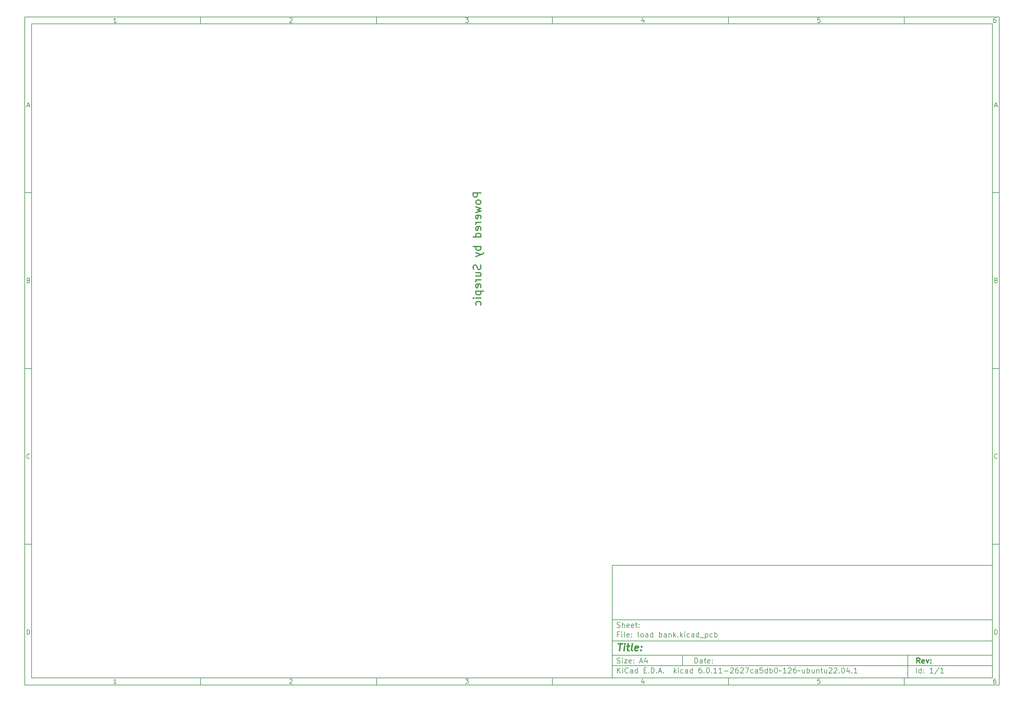
<source format=gbr>
%TF.GenerationSoftware,KiCad,Pcbnew,6.0.11-2627ca5db0~126~ubuntu22.04.1*%
%TF.CreationDate,2023-02-06T20:19:19-05:00*%
%TF.ProjectId,load bank,6c6f6164-2062-4616-9e6b-2e6b69636164,rev?*%
%TF.SameCoordinates,Original*%
%TF.FileFunction,Legend,Bot*%
%TF.FilePolarity,Positive*%
%FSLAX46Y46*%
G04 Gerber Fmt 4.6, Leading zero omitted, Abs format (unit mm)*
G04 Created by KiCad (PCBNEW 6.0.11-2627ca5db0~126~ubuntu22.04.1) date 2023-02-06 20:19:19*
%MOMM*%
%LPD*%
G01*
G04 APERTURE LIST*
%ADD10C,0.100000*%
%ADD11C,0.150000*%
%ADD12C,0.300000*%
%ADD13C,0.400000*%
%ADD14C,0.375000*%
G04 APERTURE END LIST*
D10*
D11*
X177002200Y-166007200D02*
X177002200Y-198007200D01*
X285002200Y-198007200D01*
X285002200Y-166007200D01*
X177002200Y-166007200D01*
D10*
D11*
X10000000Y-10000000D02*
X10000000Y-200007200D01*
X287002200Y-200007200D01*
X287002200Y-10000000D01*
X10000000Y-10000000D01*
D10*
D11*
X12000000Y-12000000D02*
X12000000Y-198007200D01*
X285002200Y-198007200D01*
X285002200Y-12000000D01*
X12000000Y-12000000D01*
D10*
D11*
X60000000Y-12000000D02*
X60000000Y-10000000D01*
D10*
D11*
X110000000Y-12000000D02*
X110000000Y-10000000D01*
D10*
D11*
X160000000Y-12000000D02*
X160000000Y-10000000D01*
D10*
D11*
X210000000Y-12000000D02*
X210000000Y-10000000D01*
D10*
D11*
X260000000Y-12000000D02*
X260000000Y-10000000D01*
D10*
D11*
X36065476Y-11588095D02*
X35322619Y-11588095D01*
X35694047Y-11588095D02*
X35694047Y-10288095D01*
X35570238Y-10473809D01*
X35446428Y-10597619D01*
X35322619Y-10659523D01*
D10*
D11*
X85322619Y-10411904D02*
X85384523Y-10350000D01*
X85508333Y-10288095D01*
X85817857Y-10288095D01*
X85941666Y-10350000D01*
X86003571Y-10411904D01*
X86065476Y-10535714D01*
X86065476Y-10659523D01*
X86003571Y-10845238D01*
X85260714Y-11588095D01*
X86065476Y-11588095D01*
D10*
D11*
X135260714Y-10288095D02*
X136065476Y-10288095D01*
X135632142Y-10783333D01*
X135817857Y-10783333D01*
X135941666Y-10845238D01*
X136003571Y-10907142D01*
X136065476Y-11030952D01*
X136065476Y-11340476D01*
X136003571Y-11464285D01*
X135941666Y-11526190D01*
X135817857Y-11588095D01*
X135446428Y-11588095D01*
X135322619Y-11526190D01*
X135260714Y-11464285D01*
D10*
D11*
X185941666Y-10721428D02*
X185941666Y-11588095D01*
X185632142Y-10226190D02*
X185322619Y-11154761D01*
X186127380Y-11154761D01*
D10*
D11*
X236003571Y-10288095D02*
X235384523Y-10288095D01*
X235322619Y-10907142D01*
X235384523Y-10845238D01*
X235508333Y-10783333D01*
X235817857Y-10783333D01*
X235941666Y-10845238D01*
X236003571Y-10907142D01*
X236065476Y-11030952D01*
X236065476Y-11340476D01*
X236003571Y-11464285D01*
X235941666Y-11526190D01*
X235817857Y-11588095D01*
X235508333Y-11588095D01*
X235384523Y-11526190D01*
X235322619Y-11464285D01*
D10*
D11*
X285941666Y-10288095D02*
X285694047Y-10288095D01*
X285570238Y-10350000D01*
X285508333Y-10411904D01*
X285384523Y-10597619D01*
X285322619Y-10845238D01*
X285322619Y-11340476D01*
X285384523Y-11464285D01*
X285446428Y-11526190D01*
X285570238Y-11588095D01*
X285817857Y-11588095D01*
X285941666Y-11526190D01*
X286003571Y-11464285D01*
X286065476Y-11340476D01*
X286065476Y-11030952D01*
X286003571Y-10907142D01*
X285941666Y-10845238D01*
X285817857Y-10783333D01*
X285570238Y-10783333D01*
X285446428Y-10845238D01*
X285384523Y-10907142D01*
X285322619Y-11030952D01*
D10*
D11*
X60000000Y-198007200D02*
X60000000Y-200007200D01*
D10*
D11*
X110000000Y-198007200D02*
X110000000Y-200007200D01*
D10*
D11*
X160000000Y-198007200D02*
X160000000Y-200007200D01*
D10*
D11*
X210000000Y-198007200D02*
X210000000Y-200007200D01*
D10*
D11*
X260000000Y-198007200D02*
X260000000Y-200007200D01*
D10*
D11*
X36065476Y-199595295D02*
X35322619Y-199595295D01*
X35694047Y-199595295D02*
X35694047Y-198295295D01*
X35570238Y-198481009D01*
X35446428Y-198604819D01*
X35322619Y-198666723D01*
D10*
D11*
X85322619Y-198419104D02*
X85384523Y-198357200D01*
X85508333Y-198295295D01*
X85817857Y-198295295D01*
X85941666Y-198357200D01*
X86003571Y-198419104D01*
X86065476Y-198542914D01*
X86065476Y-198666723D01*
X86003571Y-198852438D01*
X85260714Y-199595295D01*
X86065476Y-199595295D01*
D10*
D11*
X135260714Y-198295295D02*
X136065476Y-198295295D01*
X135632142Y-198790533D01*
X135817857Y-198790533D01*
X135941666Y-198852438D01*
X136003571Y-198914342D01*
X136065476Y-199038152D01*
X136065476Y-199347676D01*
X136003571Y-199471485D01*
X135941666Y-199533390D01*
X135817857Y-199595295D01*
X135446428Y-199595295D01*
X135322619Y-199533390D01*
X135260714Y-199471485D01*
D10*
D11*
X185941666Y-198728628D02*
X185941666Y-199595295D01*
X185632142Y-198233390D02*
X185322619Y-199161961D01*
X186127380Y-199161961D01*
D10*
D11*
X236003571Y-198295295D02*
X235384523Y-198295295D01*
X235322619Y-198914342D01*
X235384523Y-198852438D01*
X235508333Y-198790533D01*
X235817857Y-198790533D01*
X235941666Y-198852438D01*
X236003571Y-198914342D01*
X236065476Y-199038152D01*
X236065476Y-199347676D01*
X236003571Y-199471485D01*
X235941666Y-199533390D01*
X235817857Y-199595295D01*
X235508333Y-199595295D01*
X235384523Y-199533390D01*
X235322619Y-199471485D01*
D10*
D11*
X285941666Y-198295295D02*
X285694047Y-198295295D01*
X285570238Y-198357200D01*
X285508333Y-198419104D01*
X285384523Y-198604819D01*
X285322619Y-198852438D01*
X285322619Y-199347676D01*
X285384523Y-199471485D01*
X285446428Y-199533390D01*
X285570238Y-199595295D01*
X285817857Y-199595295D01*
X285941666Y-199533390D01*
X286003571Y-199471485D01*
X286065476Y-199347676D01*
X286065476Y-199038152D01*
X286003571Y-198914342D01*
X285941666Y-198852438D01*
X285817857Y-198790533D01*
X285570238Y-198790533D01*
X285446428Y-198852438D01*
X285384523Y-198914342D01*
X285322619Y-199038152D01*
D10*
D11*
X10000000Y-60000000D02*
X12000000Y-60000000D01*
D10*
D11*
X10000000Y-110000000D02*
X12000000Y-110000000D01*
D10*
D11*
X10000000Y-160000000D02*
X12000000Y-160000000D01*
D10*
D11*
X10690476Y-35216666D02*
X11309523Y-35216666D01*
X10566666Y-35588095D02*
X11000000Y-34288095D01*
X11433333Y-35588095D01*
D10*
D11*
X11092857Y-84907142D02*
X11278571Y-84969047D01*
X11340476Y-85030952D01*
X11402380Y-85154761D01*
X11402380Y-85340476D01*
X11340476Y-85464285D01*
X11278571Y-85526190D01*
X11154761Y-85588095D01*
X10659523Y-85588095D01*
X10659523Y-84288095D01*
X11092857Y-84288095D01*
X11216666Y-84350000D01*
X11278571Y-84411904D01*
X11340476Y-84535714D01*
X11340476Y-84659523D01*
X11278571Y-84783333D01*
X11216666Y-84845238D01*
X11092857Y-84907142D01*
X10659523Y-84907142D01*
D10*
D11*
X11402380Y-135464285D02*
X11340476Y-135526190D01*
X11154761Y-135588095D01*
X11030952Y-135588095D01*
X10845238Y-135526190D01*
X10721428Y-135402380D01*
X10659523Y-135278571D01*
X10597619Y-135030952D01*
X10597619Y-134845238D01*
X10659523Y-134597619D01*
X10721428Y-134473809D01*
X10845238Y-134350000D01*
X11030952Y-134288095D01*
X11154761Y-134288095D01*
X11340476Y-134350000D01*
X11402380Y-134411904D01*
D10*
D11*
X10659523Y-185588095D02*
X10659523Y-184288095D01*
X10969047Y-184288095D01*
X11154761Y-184350000D01*
X11278571Y-184473809D01*
X11340476Y-184597619D01*
X11402380Y-184845238D01*
X11402380Y-185030952D01*
X11340476Y-185278571D01*
X11278571Y-185402380D01*
X11154761Y-185526190D01*
X10969047Y-185588095D01*
X10659523Y-185588095D01*
D10*
D11*
X287002200Y-60000000D02*
X285002200Y-60000000D01*
D10*
D11*
X287002200Y-110000000D02*
X285002200Y-110000000D01*
D10*
D11*
X287002200Y-160000000D02*
X285002200Y-160000000D01*
D10*
D11*
X285692676Y-35216666D02*
X286311723Y-35216666D01*
X285568866Y-35588095D02*
X286002200Y-34288095D01*
X286435533Y-35588095D01*
D10*
D11*
X286095057Y-84907142D02*
X286280771Y-84969047D01*
X286342676Y-85030952D01*
X286404580Y-85154761D01*
X286404580Y-85340476D01*
X286342676Y-85464285D01*
X286280771Y-85526190D01*
X286156961Y-85588095D01*
X285661723Y-85588095D01*
X285661723Y-84288095D01*
X286095057Y-84288095D01*
X286218866Y-84350000D01*
X286280771Y-84411904D01*
X286342676Y-84535714D01*
X286342676Y-84659523D01*
X286280771Y-84783333D01*
X286218866Y-84845238D01*
X286095057Y-84907142D01*
X285661723Y-84907142D01*
D10*
D11*
X286404580Y-135464285D02*
X286342676Y-135526190D01*
X286156961Y-135588095D01*
X286033152Y-135588095D01*
X285847438Y-135526190D01*
X285723628Y-135402380D01*
X285661723Y-135278571D01*
X285599819Y-135030952D01*
X285599819Y-134845238D01*
X285661723Y-134597619D01*
X285723628Y-134473809D01*
X285847438Y-134350000D01*
X286033152Y-134288095D01*
X286156961Y-134288095D01*
X286342676Y-134350000D01*
X286404580Y-134411904D01*
D10*
D11*
X285661723Y-185588095D02*
X285661723Y-184288095D01*
X285971247Y-184288095D01*
X286156961Y-184350000D01*
X286280771Y-184473809D01*
X286342676Y-184597619D01*
X286404580Y-184845238D01*
X286404580Y-185030952D01*
X286342676Y-185278571D01*
X286280771Y-185402380D01*
X286156961Y-185526190D01*
X285971247Y-185588095D01*
X285661723Y-185588095D01*
D10*
D11*
X200434342Y-193785771D02*
X200434342Y-192285771D01*
X200791485Y-192285771D01*
X201005771Y-192357200D01*
X201148628Y-192500057D01*
X201220057Y-192642914D01*
X201291485Y-192928628D01*
X201291485Y-193142914D01*
X201220057Y-193428628D01*
X201148628Y-193571485D01*
X201005771Y-193714342D01*
X200791485Y-193785771D01*
X200434342Y-193785771D01*
X202577200Y-193785771D02*
X202577200Y-193000057D01*
X202505771Y-192857200D01*
X202362914Y-192785771D01*
X202077200Y-192785771D01*
X201934342Y-192857200D01*
X202577200Y-193714342D02*
X202434342Y-193785771D01*
X202077200Y-193785771D01*
X201934342Y-193714342D01*
X201862914Y-193571485D01*
X201862914Y-193428628D01*
X201934342Y-193285771D01*
X202077200Y-193214342D01*
X202434342Y-193214342D01*
X202577200Y-193142914D01*
X203077200Y-192785771D02*
X203648628Y-192785771D01*
X203291485Y-192285771D02*
X203291485Y-193571485D01*
X203362914Y-193714342D01*
X203505771Y-193785771D01*
X203648628Y-193785771D01*
X204720057Y-193714342D02*
X204577200Y-193785771D01*
X204291485Y-193785771D01*
X204148628Y-193714342D01*
X204077200Y-193571485D01*
X204077200Y-193000057D01*
X204148628Y-192857200D01*
X204291485Y-192785771D01*
X204577200Y-192785771D01*
X204720057Y-192857200D01*
X204791485Y-193000057D01*
X204791485Y-193142914D01*
X204077200Y-193285771D01*
X205434342Y-193642914D02*
X205505771Y-193714342D01*
X205434342Y-193785771D01*
X205362914Y-193714342D01*
X205434342Y-193642914D01*
X205434342Y-193785771D01*
X205434342Y-192857200D02*
X205505771Y-192928628D01*
X205434342Y-193000057D01*
X205362914Y-192928628D01*
X205434342Y-192857200D01*
X205434342Y-193000057D01*
D10*
D11*
X177002200Y-194507200D02*
X285002200Y-194507200D01*
D10*
D11*
X178434342Y-196585771D02*
X178434342Y-195085771D01*
X179291485Y-196585771D02*
X178648628Y-195728628D01*
X179291485Y-195085771D02*
X178434342Y-195942914D01*
X179934342Y-196585771D02*
X179934342Y-195585771D01*
X179934342Y-195085771D02*
X179862914Y-195157200D01*
X179934342Y-195228628D01*
X180005771Y-195157200D01*
X179934342Y-195085771D01*
X179934342Y-195228628D01*
X181505771Y-196442914D02*
X181434342Y-196514342D01*
X181220057Y-196585771D01*
X181077200Y-196585771D01*
X180862914Y-196514342D01*
X180720057Y-196371485D01*
X180648628Y-196228628D01*
X180577200Y-195942914D01*
X180577200Y-195728628D01*
X180648628Y-195442914D01*
X180720057Y-195300057D01*
X180862914Y-195157200D01*
X181077200Y-195085771D01*
X181220057Y-195085771D01*
X181434342Y-195157200D01*
X181505771Y-195228628D01*
X182791485Y-196585771D02*
X182791485Y-195800057D01*
X182720057Y-195657200D01*
X182577200Y-195585771D01*
X182291485Y-195585771D01*
X182148628Y-195657200D01*
X182791485Y-196514342D02*
X182648628Y-196585771D01*
X182291485Y-196585771D01*
X182148628Y-196514342D01*
X182077200Y-196371485D01*
X182077200Y-196228628D01*
X182148628Y-196085771D01*
X182291485Y-196014342D01*
X182648628Y-196014342D01*
X182791485Y-195942914D01*
X184148628Y-196585771D02*
X184148628Y-195085771D01*
X184148628Y-196514342D02*
X184005771Y-196585771D01*
X183720057Y-196585771D01*
X183577200Y-196514342D01*
X183505771Y-196442914D01*
X183434342Y-196300057D01*
X183434342Y-195871485D01*
X183505771Y-195728628D01*
X183577200Y-195657200D01*
X183720057Y-195585771D01*
X184005771Y-195585771D01*
X184148628Y-195657200D01*
X186005771Y-195800057D02*
X186505771Y-195800057D01*
X186720057Y-196585771D02*
X186005771Y-196585771D01*
X186005771Y-195085771D01*
X186720057Y-195085771D01*
X187362914Y-196442914D02*
X187434342Y-196514342D01*
X187362914Y-196585771D01*
X187291485Y-196514342D01*
X187362914Y-196442914D01*
X187362914Y-196585771D01*
X188077200Y-196585771D02*
X188077200Y-195085771D01*
X188434342Y-195085771D01*
X188648628Y-195157200D01*
X188791485Y-195300057D01*
X188862914Y-195442914D01*
X188934342Y-195728628D01*
X188934342Y-195942914D01*
X188862914Y-196228628D01*
X188791485Y-196371485D01*
X188648628Y-196514342D01*
X188434342Y-196585771D01*
X188077200Y-196585771D01*
X189577200Y-196442914D02*
X189648628Y-196514342D01*
X189577200Y-196585771D01*
X189505771Y-196514342D01*
X189577200Y-196442914D01*
X189577200Y-196585771D01*
X190220057Y-196157200D02*
X190934342Y-196157200D01*
X190077200Y-196585771D02*
X190577200Y-195085771D01*
X191077200Y-196585771D01*
X191577200Y-196442914D02*
X191648628Y-196514342D01*
X191577200Y-196585771D01*
X191505771Y-196514342D01*
X191577200Y-196442914D01*
X191577200Y-196585771D01*
X194577200Y-196585771D02*
X194577200Y-195085771D01*
X194720057Y-196014342D02*
X195148628Y-196585771D01*
X195148628Y-195585771D02*
X194577200Y-196157200D01*
X195791485Y-196585771D02*
X195791485Y-195585771D01*
X195791485Y-195085771D02*
X195720057Y-195157200D01*
X195791485Y-195228628D01*
X195862914Y-195157200D01*
X195791485Y-195085771D01*
X195791485Y-195228628D01*
X197148628Y-196514342D02*
X197005771Y-196585771D01*
X196720057Y-196585771D01*
X196577200Y-196514342D01*
X196505771Y-196442914D01*
X196434342Y-196300057D01*
X196434342Y-195871485D01*
X196505771Y-195728628D01*
X196577200Y-195657200D01*
X196720057Y-195585771D01*
X197005771Y-195585771D01*
X197148628Y-195657200D01*
X198434342Y-196585771D02*
X198434342Y-195800057D01*
X198362914Y-195657200D01*
X198220057Y-195585771D01*
X197934342Y-195585771D01*
X197791485Y-195657200D01*
X198434342Y-196514342D02*
X198291485Y-196585771D01*
X197934342Y-196585771D01*
X197791485Y-196514342D01*
X197720057Y-196371485D01*
X197720057Y-196228628D01*
X197791485Y-196085771D01*
X197934342Y-196014342D01*
X198291485Y-196014342D01*
X198434342Y-195942914D01*
X199791485Y-196585771D02*
X199791485Y-195085771D01*
X199791485Y-196514342D02*
X199648628Y-196585771D01*
X199362914Y-196585771D01*
X199220057Y-196514342D01*
X199148628Y-196442914D01*
X199077200Y-196300057D01*
X199077200Y-195871485D01*
X199148628Y-195728628D01*
X199220057Y-195657200D01*
X199362914Y-195585771D01*
X199648628Y-195585771D01*
X199791485Y-195657200D01*
X202291485Y-195085771D02*
X202005771Y-195085771D01*
X201862914Y-195157200D01*
X201791485Y-195228628D01*
X201648628Y-195442914D01*
X201577200Y-195728628D01*
X201577200Y-196300057D01*
X201648628Y-196442914D01*
X201720057Y-196514342D01*
X201862914Y-196585771D01*
X202148628Y-196585771D01*
X202291485Y-196514342D01*
X202362914Y-196442914D01*
X202434342Y-196300057D01*
X202434342Y-195942914D01*
X202362914Y-195800057D01*
X202291485Y-195728628D01*
X202148628Y-195657200D01*
X201862914Y-195657200D01*
X201720057Y-195728628D01*
X201648628Y-195800057D01*
X201577200Y-195942914D01*
X203077200Y-196442914D02*
X203148628Y-196514342D01*
X203077200Y-196585771D01*
X203005771Y-196514342D01*
X203077200Y-196442914D01*
X203077200Y-196585771D01*
X204077200Y-195085771D02*
X204220057Y-195085771D01*
X204362914Y-195157200D01*
X204434342Y-195228628D01*
X204505771Y-195371485D01*
X204577200Y-195657200D01*
X204577200Y-196014342D01*
X204505771Y-196300057D01*
X204434342Y-196442914D01*
X204362914Y-196514342D01*
X204220057Y-196585771D01*
X204077200Y-196585771D01*
X203934342Y-196514342D01*
X203862914Y-196442914D01*
X203791485Y-196300057D01*
X203720057Y-196014342D01*
X203720057Y-195657200D01*
X203791485Y-195371485D01*
X203862914Y-195228628D01*
X203934342Y-195157200D01*
X204077200Y-195085771D01*
X205220057Y-196442914D02*
X205291485Y-196514342D01*
X205220057Y-196585771D01*
X205148628Y-196514342D01*
X205220057Y-196442914D01*
X205220057Y-196585771D01*
X206720057Y-196585771D02*
X205862914Y-196585771D01*
X206291485Y-196585771D02*
X206291485Y-195085771D01*
X206148628Y-195300057D01*
X206005771Y-195442914D01*
X205862914Y-195514342D01*
X208148628Y-196585771D02*
X207291485Y-196585771D01*
X207720057Y-196585771D02*
X207720057Y-195085771D01*
X207577200Y-195300057D01*
X207434342Y-195442914D01*
X207291485Y-195514342D01*
X208791485Y-196014342D02*
X209934342Y-196014342D01*
X210577200Y-195228628D02*
X210648628Y-195157200D01*
X210791485Y-195085771D01*
X211148628Y-195085771D01*
X211291485Y-195157200D01*
X211362914Y-195228628D01*
X211434342Y-195371485D01*
X211434342Y-195514342D01*
X211362914Y-195728628D01*
X210505771Y-196585771D01*
X211434342Y-196585771D01*
X212720057Y-195085771D02*
X212434342Y-195085771D01*
X212291485Y-195157200D01*
X212220057Y-195228628D01*
X212077200Y-195442914D01*
X212005771Y-195728628D01*
X212005771Y-196300057D01*
X212077200Y-196442914D01*
X212148628Y-196514342D01*
X212291485Y-196585771D01*
X212577200Y-196585771D01*
X212720057Y-196514342D01*
X212791485Y-196442914D01*
X212862914Y-196300057D01*
X212862914Y-195942914D01*
X212791485Y-195800057D01*
X212720057Y-195728628D01*
X212577200Y-195657200D01*
X212291485Y-195657200D01*
X212148628Y-195728628D01*
X212077200Y-195800057D01*
X212005771Y-195942914D01*
X213434342Y-195228628D02*
X213505771Y-195157200D01*
X213648628Y-195085771D01*
X214005771Y-195085771D01*
X214148628Y-195157200D01*
X214220057Y-195228628D01*
X214291485Y-195371485D01*
X214291485Y-195514342D01*
X214220057Y-195728628D01*
X213362914Y-196585771D01*
X214291485Y-196585771D01*
X214791485Y-195085771D02*
X215791485Y-195085771D01*
X215148628Y-196585771D01*
X217005771Y-196514342D02*
X216862914Y-196585771D01*
X216577200Y-196585771D01*
X216434342Y-196514342D01*
X216362914Y-196442914D01*
X216291485Y-196300057D01*
X216291485Y-195871485D01*
X216362914Y-195728628D01*
X216434342Y-195657200D01*
X216577200Y-195585771D01*
X216862914Y-195585771D01*
X217005771Y-195657200D01*
X218291485Y-196585771D02*
X218291485Y-195800057D01*
X218220057Y-195657200D01*
X218077200Y-195585771D01*
X217791485Y-195585771D01*
X217648628Y-195657200D01*
X218291485Y-196514342D02*
X218148628Y-196585771D01*
X217791485Y-196585771D01*
X217648628Y-196514342D01*
X217577200Y-196371485D01*
X217577200Y-196228628D01*
X217648628Y-196085771D01*
X217791485Y-196014342D01*
X218148628Y-196014342D01*
X218291485Y-195942914D01*
X219720057Y-195085771D02*
X219005771Y-195085771D01*
X218934342Y-195800057D01*
X219005771Y-195728628D01*
X219148628Y-195657200D01*
X219505771Y-195657200D01*
X219648628Y-195728628D01*
X219720057Y-195800057D01*
X219791485Y-195942914D01*
X219791485Y-196300057D01*
X219720057Y-196442914D01*
X219648628Y-196514342D01*
X219505771Y-196585771D01*
X219148628Y-196585771D01*
X219005771Y-196514342D01*
X218934342Y-196442914D01*
X221077200Y-196585771D02*
X221077200Y-195085771D01*
X221077200Y-196514342D02*
X220934342Y-196585771D01*
X220648628Y-196585771D01*
X220505771Y-196514342D01*
X220434342Y-196442914D01*
X220362914Y-196300057D01*
X220362914Y-195871485D01*
X220434342Y-195728628D01*
X220505771Y-195657200D01*
X220648628Y-195585771D01*
X220934342Y-195585771D01*
X221077200Y-195657200D01*
X221791485Y-196585771D02*
X221791485Y-195085771D01*
X221791485Y-195657200D02*
X221934342Y-195585771D01*
X222220057Y-195585771D01*
X222362914Y-195657200D01*
X222434342Y-195728628D01*
X222505771Y-195871485D01*
X222505771Y-196300057D01*
X222434342Y-196442914D01*
X222362914Y-196514342D01*
X222220057Y-196585771D01*
X221934342Y-196585771D01*
X221791485Y-196514342D01*
X223434342Y-195085771D02*
X223577200Y-195085771D01*
X223720057Y-195157200D01*
X223791485Y-195228628D01*
X223862914Y-195371485D01*
X223934342Y-195657200D01*
X223934342Y-196014342D01*
X223862914Y-196300057D01*
X223791485Y-196442914D01*
X223720057Y-196514342D01*
X223577200Y-196585771D01*
X223434342Y-196585771D01*
X223291485Y-196514342D01*
X223220057Y-196442914D01*
X223148628Y-196300057D01*
X223077200Y-196014342D01*
X223077200Y-195657200D01*
X223148628Y-195371485D01*
X223220057Y-195228628D01*
X223291485Y-195157200D01*
X223434342Y-195085771D01*
X224362914Y-196014342D02*
X224434342Y-195942914D01*
X224577200Y-195871485D01*
X224862914Y-196014342D01*
X225005771Y-195942914D01*
X225077200Y-195871485D01*
X226434342Y-196585771D02*
X225577200Y-196585771D01*
X226005771Y-196585771D02*
X226005771Y-195085771D01*
X225862914Y-195300057D01*
X225720057Y-195442914D01*
X225577200Y-195514342D01*
X227005771Y-195228628D02*
X227077200Y-195157200D01*
X227220057Y-195085771D01*
X227577200Y-195085771D01*
X227720057Y-195157200D01*
X227791485Y-195228628D01*
X227862914Y-195371485D01*
X227862914Y-195514342D01*
X227791485Y-195728628D01*
X226934342Y-196585771D01*
X227862914Y-196585771D01*
X229148628Y-195085771D02*
X228862914Y-195085771D01*
X228720057Y-195157200D01*
X228648628Y-195228628D01*
X228505771Y-195442914D01*
X228434342Y-195728628D01*
X228434342Y-196300057D01*
X228505771Y-196442914D01*
X228577199Y-196514342D01*
X228720057Y-196585771D01*
X229005771Y-196585771D01*
X229148628Y-196514342D01*
X229220057Y-196442914D01*
X229291485Y-196300057D01*
X229291485Y-195942914D01*
X229220057Y-195800057D01*
X229148628Y-195728628D01*
X229005771Y-195657200D01*
X228720057Y-195657200D01*
X228577199Y-195728628D01*
X228505771Y-195800057D01*
X228434342Y-195942914D01*
X229720057Y-196014342D02*
X229791485Y-195942914D01*
X229934342Y-195871485D01*
X230220057Y-196014342D01*
X230362914Y-195942914D01*
X230434342Y-195871485D01*
X231648628Y-195585771D02*
X231648628Y-196585771D01*
X231005771Y-195585771D02*
X231005771Y-196371485D01*
X231077199Y-196514342D01*
X231220057Y-196585771D01*
X231434342Y-196585771D01*
X231577199Y-196514342D01*
X231648628Y-196442914D01*
X232362914Y-196585771D02*
X232362914Y-195085771D01*
X232362914Y-195657200D02*
X232505771Y-195585771D01*
X232791485Y-195585771D01*
X232934342Y-195657200D01*
X233005771Y-195728628D01*
X233077200Y-195871485D01*
X233077200Y-196300057D01*
X233005771Y-196442914D01*
X232934342Y-196514342D01*
X232791485Y-196585771D01*
X232505771Y-196585771D01*
X232362914Y-196514342D01*
X234362914Y-195585771D02*
X234362914Y-196585771D01*
X233720057Y-195585771D02*
X233720057Y-196371485D01*
X233791485Y-196514342D01*
X233934342Y-196585771D01*
X234148628Y-196585771D01*
X234291485Y-196514342D01*
X234362914Y-196442914D01*
X235077200Y-195585771D02*
X235077200Y-196585771D01*
X235077200Y-195728628D02*
X235148628Y-195657200D01*
X235291485Y-195585771D01*
X235505771Y-195585771D01*
X235648628Y-195657200D01*
X235720057Y-195800057D01*
X235720057Y-196585771D01*
X236220057Y-195585771D02*
X236791485Y-195585771D01*
X236434342Y-195085771D02*
X236434342Y-196371485D01*
X236505771Y-196514342D01*
X236648628Y-196585771D01*
X236791485Y-196585771D01*
X237934342Y-195585771D02*
X237934342Y-196585771D01*
X237291485Y-195585771D02*
X237291485Y-196371485D01*
X237362914Y-196514342D01*
X237505771Y-196585771D01*
X237720057Y-196585771D01*
X237862914Y-196514342D01*
X237934342Y-196442914D01*
X238577200Y-195228628D02*
X238648628Y-195157200D01*
X238791485Y-195085771D01*
X239148628Y-195085771D01*
X239291485Y-195157200D01*
X239362914Y-195228628D01*
X239434342Y-195371485D01*
X239434342Y-195514342D01*
X239362914Y-195728628D01*
X238505771Y-196585771D01*
X239434342Y-196585771D01*
X240005771Y-195228628D02*
X240077200Y-195157200D01*
X240220057Y-195085771D01*
X240577200Y-195085771D01*
X240720057Y-195157200D01*
X240791485Y-195228628D01*
X240862914Y-195371485D01*
X240862914Y-195514342D01*
X240791485Y-195728628D01*
X239934342Y-196585771D01*
X240862914Y-196585771D01*
X241505771Y-196442914D02*
X241577199Y-196514342D01*
X241505771Y-196585771D01*
X241434342Y-196514342D01*
X241505771Y-196442914D01*
X241505771Y-196585771D01*
X242505771Y-195085771D02*
X242648628Y-195085771D01*
X242791485Y-195157200D01*
X242862914Y-195228628D01*
X242934342Y-195371485D01*
X243005771Y-195657200D01*
X243005771Y-196014342D01*
X242934342Y-196300057D01*
X242862914Y-196442914D01*
X242791485Y-196514342D01*
X242648628Y-196585771D01*
X242505771Y-196585771D01*
X242362914Y-196514342D01*
X242291485Y-196442914D01*
X242220057Y-196300057D01*
X242148628Y-196014342D01*
X242148628Y-195657200D01*
X242220057Y-195371485D01*
X242291485Y-195228628D01*
X242362914Y-195157200D01*
X242505771Y-195085771D01*
X244291485Y-195585771D02*
X244291485Y-196585771D01*
X243934342Y-195014342D02*
X243577199Y-196085771D01*
X244505771Y-196085771D01*
X245077199Y-196442914D02*
X245148628Y-196514342D01*
X245077199Y-196585771D01*
X245005771Y-196514342D01*
X245077199Y-196442914D01*
X245077199Y-196585771D01*
X246577200Y-196585771D02*
X245720057Y-196585771D01*
X246148628Y-196585771D02*
X246148628Y-195085771D01*
X246005771Y-195300057D01*
X245862914Y-195442914D01*
X245720057Y-195514342D01*
D10*
D11*
X177002200Y-191507200D02*
X285002200Y-191507200D01*
D10*
D12*
X264411485Y-193785771D02*
X263911485Y-193071485D01*
X263554342Y-193785771D02*
X263554342Y-192285771D01*
X264125771Y-192285771D01*
X264268628Y-192357200D01*
X264340057Y-192428628D01*
X264411485Y-192571485D01*
X264411485Y-192785771D01*
X264340057Y-192928628D01*
X264268628Y-193000057D01*
X264125771Y-193071485D01*
X263554342Y-193071485D01*
X265625771Y-193714342D02*
X265482914Y-193785771D01*
X265197200Y-193785771D01*
X265054342Y-193714342D01*
X264982914Y-193571485D01*
X264982914Y-193000057D01*
X265054342Y-192857200D01*
X265197200Y-192785771D01*
X265482914Y-192785771D01*
X265625771Y-192857200D01*
X265697200Y-193000057D01*
X265697200Y-193142914D01*
X264982914Y-193285771D01*
X266197200Y-192785771D02*
X266554342Y-193785771D01*
X266911485Y-192785771D01*
X267482914Y-193642914D02*
X267554342Y-193714342D01*
X267482914Y-193785771D01*
X267411485Y-193714342D01*
X267482914Y-193642914D01*
X267482914Y-193785771D01*
X267482914Y-192857200D02*
X267554342Y-192928628D01*
X267482914Y-193000057D01*
X267411485Y-192928628D01*
X267482914Y-192857200D01*
X267482914Y-193000057D01*
D10*
D11*
X178362914Y-193714342D02*
X178577200Y-193785771D01*
X178934342Y-193785771D01*
X179077200Y-193714342D01*
X179148628Y-193642914D01*
X179220057Y-193500057D01*
X179220057Y-193357200D01*
X179148628Y-193214342D01*
X179077200Y-193142914D01*
X178934342Y-193071485D01*
X178648628Y-193000057D01*
X178505771Y-192928628D01*
X178434342Y-192857200D01*
X178362914Y-192714342D01*
X178362914Y-192571485D01*
X178434342Y-192428628D01*
X178505771Y-192357200D01*
X178648628Y-192285771D01*
X179005771Y-192285771D01*
X179220057Y-192357200D01*
X179862914Y-193785771D02*
X179862914Y-192785771D01*
X179862914Y-192285771D02*
X179791485Y-192357200D01*
X179862914Y-192428628D01*
X179934342Y-192357200D01*
X179862914Y-192285771D01*
X179862914Y-192428628D01*
X180434342Y-192785771D02*
X181220057Y-192785771D01*
X180434342Y-193785771D01*
X181220057Y-193785771D01*
X182362914Y-193714342D02*
X182220057Y-193785771D01*
X181934342Y-193785771D01*
X181791485Y-193714342D01*
X181720057Y-193571485D01*
X181720057Y-193000057D01*
X181791485Y-192857200D01*
X181934342Y-192785771D01*
X182220057Y-192785771D01*
X182362914Y-192857200D01*
X182434342Y-193000057D01*
X182434342Y-193142914D01*
X181720057Y-193285771D01*
X183077200Y-193642914D02*
X183148628Y-193714342D01*
X183077200Y-193785771D01*
X183005771Y-193714342D01*
X183077200Y-193642914D01*
X183077200Y-193785771D01*
X183077200Y-192857200D02*
X183148628Y-192928628D01*
X183077200Y-193000057D01*
X183005771Y-192928628D01*
X183077200Y-192857200D01*
X183077200Y-193000057D01*
X184862914Y-193357200D02*
X185577200Y-193357200D01*
X184720057Y-193785771D02*
X185220057Y-192285771D01*
X185720057Y-193785771D01*
X186862914Y-192785771D02*
X186862914Y-193785771D01*
X186505771Y-192214342D02*
X186148628Y-193285771D01*
X187077200Y-193285771D01*
D10*
D11*
X263434342Y-196585771D02*
X263434342Y-195085771D01*
X264791485Y-196585771D02*
X264791485Y-195085771D01*
X264791485Y-196514342D02*
X264648628Y-196585771D01*
X264362914Y-196585771D01*
X264220057Y-196514342D01*
X264148628Y-196442914D01*
X264077200Y-196300057D01*
X264077200Y-195871485D01*
X264148628Y-195728628D01*
X264220057Y-195657200D01*
X264362914Y-195585771D01*
X264648628Y-195585771D01*
X264791485Y-195657200D01*
X265505771Y-196442914D02*
X265577200Y-196514342D01*
X265505771Y-196585771D01*
X265434342Y-196514342D01*
X265505771Y-196442914D01*
X265505771Y-196585771D01*
X265505771Y-195657200D02*
X265577200Y-195728628D01*
X265505771Y-195800057D01*
X265434342Y-195728628D01*
X265505771Y-195657200D01*
X265505771Y-195800057D01*
X268148628Y-196585771D02*
X267291485Y-196585771D01*
X267720057Y-196585771D02*
X267720057Y-195085771D01*
X267577200Y-195300057D01*
X267434342Y-195442914D01*
X267291485Y-195514342D01*
X269862914Y-195014342D02*
X268577200Y-196942914D01*
X271148628Y-196585771D02*
X270291485Y-196585771D01*
X270720057Y-196585771D02*
X270720057Y-195085771D01*
X270577200Y-195300057D01*
X270434342Y-195442914D01*
X270291485Y-195514342D01*
D10*
D11*
X177002200Y-187507200D02*
X285002200Y-187507200D01*
D10*
D13*
X178714580Y-188211961D02*
X179857438Y-188211961D01*
X179036009Y-190211961D02*
X179286009Y-188211961D01*
X180274104Y-190211961D02*
X180440771Y-188878628D01*
X180524104Y-188211961D02*
X180416961Y-188307200D01*
X180500295Y-188402438D01*
X180607438Y-188307200D01*
X180524104Y-188211961D01*
X180500295Y-188402438D01*
X181107438Y-188878628D02*
X181869342Y-188878628D01*
X181476485Y-188211961D02*
X181262200Y-189926247D01*
X181333628Y-190116723D01*
X181512200Y-190211961D01*
X181702676Y-190211961D01*
X182655057Y-190211961D02*
X182476485Y-190116723D01*
X182405057Y-189926247D01*
X182619342Y-188211961D01*
X184190771Y-190116723D02*
X183988390Y-190211961D01*
X183607438Y-190211961D01*
X183428866Y-190116723D01*
X183357438Y-189926247D01*
X183452676Y-189164342D01*
X183571723Y-188973866D01*
X183774104Y-188878628D01*
X184155057Y-188878628D01*
X184333628Y-188973866D01*
X184405057Y-189164342D01*
X184381247Y-189354819D01*
X183405057Y-189545295D01*
X185155057Y-190021485D02*
X185238390Y-190116723D01*
X185131247Y-190211961D01*
X185047914Y-190116723D01*
X185155057Y-190021485D01*
X185131247Y-190211961D01*
X185286009Y-188973866D02*
X185369342Y-189069104D01*
X185262200Y-189164342D01*
X185178866Y-189069104D01*
X185286009Y-188973866D01*
X185262200Y-189164342D01*
D10*
D11*
X178934342Y-185600057D02*
X178434342Y-185600057D01*
X178434342Y-186385771D02*
X178434342Y-184885771D01*
X179148628Y-184885771D01*
X179720057Y-186385771D02*
X179720057Y-185385771D01*
X179720057Y-184885771D02*
X179648628Y-184957200D01*
X179720057Y-185028628D01*
X179791485Y-184957200D01*
X179720057Y-184885771D01*
X179720057Y-185028628D01*
X180648628Y-186385771D02*
X180505771Y-186314342D01*
X180434342Y-186171485D01*
X180434342Y-184885771D01*
X181791485Y-186314342D02*
X181648628Y-186385771D01*
X181362914Y-186385771D01*
X181220057Y-186314342D01*
X181148628Y-186171485D01*
X181148628Y-185600057D01*
X181220057Y-185457200D01*
X181362914Y-185385771D01*
X181648628Y-185385771D01*
X181791485Y-185457200D01*
X181862914Y-185600057D01*
X181862914Y-185742914D01*
X181148628Y-185885771D01*
X182505771Y-186242914D02*
X182577200Y-186314342D01*
X182505771Y-186385771D01*
X182434342Y-186314342D01*
X182505771Y-186242914D01*
X182505771Y-186385771D01*
X182505771Y-185457200D02*
X182577200Y-185528628D01*
X182505771Y-185600057D01*
X182434342Y-185528628D01*
X182505771Y-185457200D01*
X182505771Y-185600057D01*
X184577200Y-186385771D02*
X184434342Y-186314342D01*
X184362914Y-186171485D01*
X184362914Y-184885771D01*
X185362914Y-186385771D02*
X185220057Y-186314342D01*
X185148628Y-186242914D01*
X185077200Y-186100057D01*
X185077200Y-185671485D01*
X185148628Y-185528628D01*
X185220057Y-185457200D01*
X185362914Y-185385771D01*
X185577200Y-185385771D01*
X185720057Y-185457200D01*
X185791485Y-185528628D01*
X185862914Y-185671485D01*
X185862914Y-186100057D01*
X185791485Y-186242914D01*
X185720057Y-186314342D01*
X185577200Y-186385771D01*
X185362914Y-186385771D01*
X187148628Y-186385771D02*
X187148628Y-185600057D01*
X187077200Y-185457200D01*
X186934342Y-185385771D01*
X186648628Y-185385771D01*
X186505771Y-185457200D01*
X187148628Y-186314342D02*
X187005771Y-186385771D01*
X186648628Y-186385771D01*
X186505771Y-186314342D01*
X186434342Y-186171485D01*
X186434342Y-186028628D01*
X186505771Y-185885771D01*
X186648628Y-185814342D01*
X187005771Y-185814342D01*
X187148628Y-185742914D01*
X188505771Y-186385771D02*
X188505771Y-184885771D01*
X188505771Y-186314342D02*
X188362914Y-186385771D01*
X188077200Y-186385771D01*
X187934342Y-186314342D01*
X187862914Y-186242914D01*
X187791485Y-186100057D01*
X187791485Y-185671485D01*
X187862914Y-185528628D01*
X187934342Y-185457200D01*
X188077200Y-185385771D01*
X188362914Y-185385771D01*
X188505771Y-185457200D01*
X190362914Y-186385771D02*
X190362914Y-184885771D01*
X190362914Y-185457200D02*
X190505771Y-185385771D01*
X190791485Y-185385771D01*
X190934342Y-185457200D01*
X191005771Y-185528628D01*
X191077200Y-185671485D01*
X191077200Y-186100057D01*
X191005771Y-186242914D01*
X190934342Y-186314342D01*
X190791485Y-186385771D01*
X190505771Y-186385771D01*
X190362914Y-186314342D01*
X192362914Y-186385771D02*
X192362914Y-185600057D01*
X192291485Y-185457200D01*
X192148628Y-185385771D01*
X191862914Y-185385771D01*
X191720057Y-185457200D01*
X192362914Y-186314342D02*
X192220057Y-186385771D01*
X191862914Y-186385771D01*
X191720057Y-186314342D01*
X191648628Y-186171485D01*
X191648628Y-186028628D01*
X191720057Y-185885771D01*
X191862914Y-185814342D01*
X192220057Y-185814342D01*
X192362914Y-185742914D01*
X193077200Y-185385771D02*
X193077200Y-186385771D01*
X193077200Y-185528628D02*
X193148628Y-185457200D01*
X193291485Y-185385771D01*
X193505771Y-185385771D01*
X193648628Y-185457200D01*
X193720057Y-185600057D01*
X193720057Y-186385771D01*
X194434342Y-186385771D02*
X194434342Y-184885771D01*
X194577200Y-185814342D02*
X195005771Y-186385771D01*
X195005771Y-185385771D02*
X194434342Y-185957200D01*
X195648628Y-186242914D02*
X195720057Y-186314342D01*
X195648628Y-186385771D01*
X195577200Y-186314342D01*
X195648628Y-186242914D01*
X195648628Y-186385771D01*
X196362914Y-186385771D02*
X196362914Y-184885771D01*
X196505771Y-185814342D02*
X196934342Y-186385771D01*
X196934342Y-185385771D02*
X196362914Y-185957200D01*
X197577200Y-186385771D02*
X197577200Y-185385771D01*
X197577200Y-184885771D02*
X197505771Y-184957200D01*
X197577200Y-185028628D01*
X197648628Y-184957200D01*
X197577200Y-184885771D01*
X197577200Y-185028628D01*
X198934342Y-186314342D02*
X198791485Y-186385771D01*
X198505771Y-186385771D01*
X198362914Y-186314342D01*
X198291485Y-186242914D01*
X198220057Y-186100057D01*
X198220057Y-185671485D01*
X198291485Y-185528628D01*
X198362914Y-185457200D01*
X198505771Y-185385771D01*
X198791485Y-185385771D01*
X198934342Y-185457200D01*
X200220057Y-186385771D02*
X200220057Y-185600057D01*
X200148628Y-185457200D01*
X200005771Y-185385771D01*
X199720057Y-185385771D01*
X199577200Y-185457200D01*
X200220057Y-186314342D02*
X200077200Y-186385771D01*
X199720057Y-186385771D01*
X199577200Y-186314342D01*
X199505771Y-186171485D01*
X199505771Y-186028628D01*
X199577200Y-185885771D01*
X199720057Y-185814342D01*
X200077200Y-185814342D01*
X200220057Y-185742914D01*
X201577200Y-186385771D02*
X201577200Y-184885771D01*
X201577200Y-186314342D02*
X201434342Y-186385771D01*
X201148628Y-186385771D01*
X201005771Y-186314342D01*
X200934342Y-186242914D01*
X200862914Y-186100057D01*
X200862914Y-185671485D01*
X200934342Y-185528628D01*
X201005771Y-185457200D01*
X201148628Y-185385771D01*
X201434342Y-185385771D01*
X201577200Y-185457200D01*
X201934342Y-186528628D02*
X203077200Y-186528628D01*
X203434342Y-185385771D02*
X203434342Y-186885771D01*
X203434342Y-185457200D02*
X203577200Y-185385771D01*
X203862914Y-185385771D01*
X204005771Y-185457200D01*
X204077200Y-185528628D01*
X204148628Y-185671485D01*
X204148628Y-186100057D01*
X204077200Y-186242914D01*
X204005771Y-186314342D01*
X203862914Y-186385771D01*
X203577200Y-186385771D01*
X203434342Y-186314342D01*
X205434342Y-186314342D02*
X205291485Y-186385771D01*
X205005771Y-186385771D01*
X204862914Y-186314342D01*
X204791485Y-186242914D01*
X204720057Y-186100057D01*
X204720057Y-185671485D01*
X204791485Y-185528628D01*
X204862914Y-185457200D01*
X205005771Y-185385771D01*
X205291485Y-185385771D01*
X205434342Y-185457200D01*
X206077200Y-186385771D02*
X206077200Y-184885771D01*
X206077200Y-185457200D02*
X206220057Y-185385771D01*
X206505771Y-185385771D01*
X206648628Y-185457200D01*
X206720057Y-185528628D01*
X206791485Y-185671485D01*
X206791485Y-186100057D01*
X206720057Y-186242914D01*
X206648628Y-186314342D01*
X206505771Y-186385771D01*
X206220057Y-186385771D01*
X206077200Y-186314342D01*
D10*
D11*
X177002200Y-181507200D02*
X285002200Y-181507200D01*
D10*
D11*
X178362914Y-183614342D02*
X178577200Y-183685771D01*
X178934342Y-183685771D01*
X179077200Y-183614342D01*
X179148628Y-183542914D01*
X179220057Y-183400057D01*
X179220057Y-183257200D01*
X179148628Y-183114342D01*
X179077200Y-183042914D01*
X178934342Y-182971485D01*
X178648628Y-182900057D01*
X178505771Y-182828628D01*
X178434342Y-182757200D01*
X178362914Y-182614342D01*
X178362914Y-182471485D01*
X178434342Y-182328628D01*
X178505771Y-182257200D01*
X178648628Y-182185771D01*
X179005771Y-182185771D01*
X179220057Y-182257200D01*
X179862914Y-183685771D02*
X179862914Y-182185771D01*
X180505771Y-183685771D02*
X180505771Y-182900057D01*
X180434342Y-182757200D01*
X180291485Y-182685771D01*
X180077200Y-182685771D01*
X179934342Y-182757200D01*
X179862914Y-182828628D01*
X181791485Y-183614342D02*
X181648628Y-183685771D01*
X181362914Y-183685771D01*
X181220057Y-183614342D01*
X181148628Y-183471485D01*
X181148628Y-182900057D01*
X181220057Y-182757200D01*
X181362914Y-182685771D01*
X181648628Y-182685771D01*
X181791485Y-182757200D01*
X181862914Y-182900057D01*
X181862914Y-183042914D01*
X181148628Y-183185771D01*
X183077200Y-183614342D02*
X182934342Y-183685771D01*
X182648628Y-183685771D01*
X182505771Y-183614342D01*
X182434342Y-183471485D01*
X182434342Y-182900057D01*
X182505771Y-182757200D01*
X182648628Y-182685771D01*
X182934342Y-182685771D01*
X183077200Y-182757200D01*
X183148628Y-182900057D01*
X183148628Y-183042914D01*
X182434342Y-183185771D01*
X183577200Y-182685771D02*
X184148628Y-182685771D01*
X183791485Y-182185771D02*
X183791485Y-183471485D01*
X183862914Y-183614342D01*
X184005771Y-183685771D01*
X184148628Y-183685771D01*
X184648628Y-183542914D02*
X184720057Y-183614342D01*
X184648628Y-183685771D01*
X184577200Y-183614342D01*
X184648628Y-183542914D01*
X184648628Y-183685771D01*
X184648628Y-182757200D02*
X184720057Y-182828628D01*
X184648628Y-182900057D01*
X184577200Y-182828628D01*
X184648628Y-182757200D01*
X184648628Y-182900057D01*
D10*
D12*
D10*
D11*
D10*
D11*
D10*
D11*
D10*
D11*
D10*
D11*
X197002200Y-191507200D02*
X197002200Y-194507200D01*
D10*
D11*
X261002200Y-191507200D02*
X261002200Y-198007200D01*
D14*
X139679238Y-60022190D02*
X137479238Y-60022190D01*
X137479238Y-60860285D01*
X137584000Y-61069809D01*
X137688761Y-61174571D01*
X137898285Y-61279333D01*
X138212571Y-61279333D01*
X138422095Y-61174571D01*
X138526857Y-61069809D01*
X138631619Y-60860285D01*
X138631619Y-60022190D01*
X139679238Y-62536476D02*
X139574476Y-62326952D01*
X139469714Y-62222190D01*
X139260190Y-62117428D01*
X138631619Y-62117428D01*
X138422095Y-62222190D01*
X138317333Y-62326952D01*
X138212571Y-62536476D01*
X138212571Y-62850761D01*
X138317333Y-63060285D01*
X138422095Y-63165047D01*
X138631619Y-63269809D01*
X139260190Y-63269809D01*
X139469714Y-63165047D01*
X139574476Y-63060285D01*
X139679238Y-62850761D01*
X139679238Y-62536476D01*
X138212571Y-64003142D02*
X139679238Y-64422190D01*
X138631619Y-64841238D01*
X139679238Y-65260285D01*
X138212571Y-65679333D01*
X139574476Y-67355523D02*
X139679238Y-67146000D01*
X139679238Y-66726952D01*
X139574476Y-66517428D01*
X139364952Y-66412666D01*
X138526857Y-66412666D01*
X138317333Y-66517428D01*
X138212571Y-66726952D01*
X138212571Y-67146000D01*
X138317333Y-67355523D01*
X138526857Y-67460285D01*
X138736380Y-67460285D01*
X138945904Y-66412666D01*
X139679238Y-68403142D02*
X138212571Y-68403142D01*
X138631619Y-68403142D02*
X138422095Y-68507904D01*
X138317333Y-68612666D01*
X138212571Y-68822190D01*
X138212571Y-69031714D01*
X139574476Y-70603142D02*
X139679238Y-70393619D01*
X139679238Y-69974571D01*
X139574476Y-69765047D01*
X139364952Y-69660285D01*
X138526857Y-69660285D01*
X138317333Y-69765047D01*
X138212571Y-69974571D01*
X138212571Y-70393619D01*
X138317333Y-70603142D01*
X138526857Y-70707904D01*
X138736380Y-70707904D01*
X138945904Y-69660285D01*
X139679238Y-72593619D02*
X137479238Y-72593619D01*
X139574476Y-72593619D02*
X139679238Y-72384095D01*
X139679238Y-71965047D01*
X139574476Y-71755523D01*
X139469714Y-71650761D01*
X139260190Y-71546000D01*
X138631619Y-71546000D01*
X138422095Y-71650761D01*
X138317333Y-71755523D01*
X138212571Y-71965047D01*
X138212571Y-72384095D01*
X138317333Y-72593619D01*
X139679238Y-75317428D02*
X137479238Y-75317428D01*
X138317333Y-75317428D02*
X138212571Y-75526952D01*
X138212571Y-75946000D01*
X138317333Y-76155523D01*
X138422095Y-76260285D01*
X138631619Y-76365047D01*
X139260190Y-76365047D01*
X139469714Y-76260285D01*
X139574476Y-76155523D01*
X139679238Y-75946000D01*
X139679238Y-75526952D01*
X139574476Y-75317428D01*
X138212571Y-77098380D02*
X139679238Y-77622190D01*
X138212571Y-78146000D02*
X139679238Y-77622190D01*
X140203047Y-77412666D01*
X140307809Y-77307904D01*
X140412571Y-77098380D01*
X139574476Y-80555523D02*
X139679238Y-80869809D01*
X139679238Y-81393619D01*
X139574476Y-81603142D01*
X139469714Y-81707904D01*
X139260190Y-81812666D01*
X139050666Y-81812666D01*
X138841142Y-81707904D01*
X138736380Y-81603142D01*
X138631619Y-81393619D01*
X138526857Y-80974571D01*
X138422095Y-80765047D01*
X138317333Y-80660285D01*
X138107809Y-80555523D01*
X137898285Y-80555523D01*
X137688761Y-80660285D01*
X137584000Y-80765047D01*
X137479238Y-80974571D01*
X137479238Y-81498380D01*
X137584000Y-81812666D01*
X138212571Y-83698380D02*
X139679238Y-83698380D01*
X138212571Y-82755523D02*
X139364952Y-82755523D01*
X139574476Y-82860285D01*
X139679238Y-83069809D01*
X139679238Y-83384095D01*
X139574476Y-83593619D01*
X139469714Y-83698380D01*
X139679238Y-84746000D02*
X138212571Y-84746000D01*
X138631619Y-84746000D02*
X138422095Y-84850761D01*
X138317333Y-84955523D01*
X138212571Y-85165047D01*
X138212571Y-85374571D01*
X139574476Y-86946000D02*
X139679238Y-86736476D01*
X139679238Y-86317428D01*
X139574476Y-86107904D01*
X139364952Y-86003142D01*
X138526857Y-86003142D01*
X138317333Y-86107904D01*
X138212571Y-86317428D01*
X138212571Y-86736476D01*
X138317333Y-86946000D01*
X138526857Y-87050761D01*
X138736380Y-87050761D01*
X138945904Y-86003142D01*
X138212571Y-87993619D02*
X140412571Y-87993619D01*
X138317333Y-87993619D02*
X138212571Y-88203142D01*
X138212571Y-88622190D01*
X138317333Y-88831714D01*
X138422095Y-88936476D01*
X138631619Y-89041238D01*
X139260190Y-89041238D01*
X139469714Y-88936476D01*
X139574476Y-88831714D01*
X139679238Y-88622190D01*
X139679238Y-88203142D01*
X139574476Y-87993619D01*
X139679238Y-89984095D02*
X138212571Y-89984095D01*
X137479238Y-89984095D02*
X137584000Y-89879333D01*
X137688761Y-89984095D01*
X137584000Y-90088857D01*
X137479238Y-89984095D01*
X137688761Y-89984095D01*
X139574476Y-91974571D02*
X139679238Y-91765047D01*
X139679238Y-91346000D01*
X139574476Y-91136476D01*
X139469714Y-91031714D01*
X139260190Y-90926952D01*
X138631619Y-90926952D01*
X138422095Y-91031714D01*
X138317333Y-91136476D01*
X138212571Y-91346000D01*
X138212571Y-91765047D01*
X138317333Y-91974571D01*
M02*

</source>
